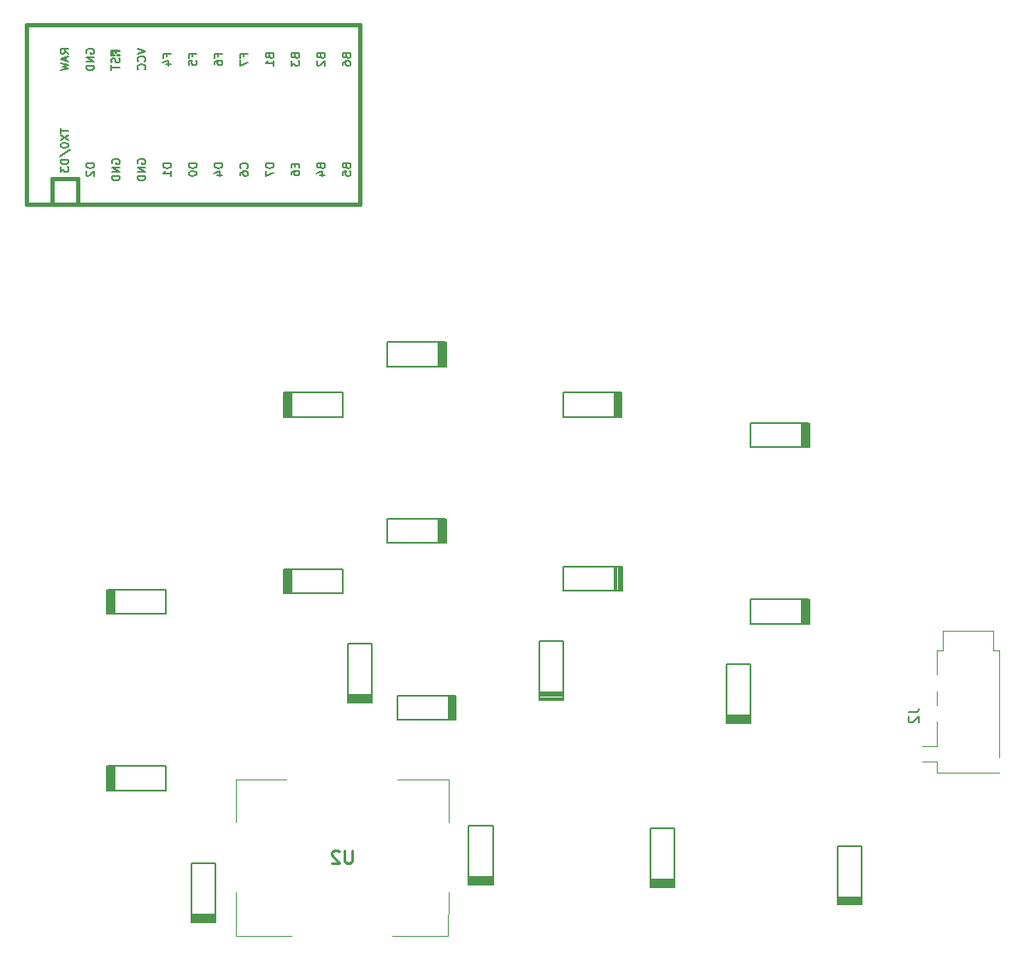
<source format=gbr>
G04 #@! TF.GenerationSoftware,KiCad,Pcbnew,5.1.4-e60b266~84~ubuntu19.04.1*
G04 #@! TF.CreationDate,2019-12-12T04:58:34-06:00*
G04 #@! TF.ProjectId,fissure,66697373-7572-4652-9e6b-696361645f70,rev?*
G04 #@! TF.SameCoordinates,Original*
G04 #@! TF.FileFunction,Legend,Bot*
G04 #@! TF.FilePolarity,Positive*
%FSLAX46Y46*%
G04 Gerber Fmt 4.6, Leading zero omitted, Abs format (unit mm)*
G04 Created by KiCad (PCBNEW 5.1.4-e60b266~84~ubuntu19.04.1) date 2019-12-12 04:58:34*
%MOMM*%
%LPD*%
G04 APERTURE LIST*
%ADD10C,0.200000*%
%ADD11C,0.381000*%
%ADD12C,0.150000*%
%ADD13C,0.120000*%
%ADD14C,0.100000*%
%ADD15C,0.254000*%
G04 APERTURE END LIST*
D10*
X126047000Y-124274000D02*
X128447000Y-124274000D01*
X126047000Y-124449000D02*
X128447000Y-124449000D01*
X126047000Y-124624000D02*
X128447000Y-124624000D01*
X128447000Y-125024000D02*
X126047000Y-125024000D01*
X126047000Y-124799000D02*
X128447000Y-124799000D01*
X126047000Y-124924000D02*
X128447000Y-124924000D01*
X126047000Y-124999000D02*
X126047000Y-119199000D01*
X126047000Y-119199000D02*
X128447000Y-119199000D01*
X128447000Y-119199000D02*
X128447000Y-124999000D01*
X107547000Y-122524000D02*
X109947000Y-122524000D01*
X107547000Y-122699000D02*
X109947000Y-122699000D01*
X107547000Y-122874000D02*
X109947000Y-122874000D01*
X109947000Y-123274000D02*
X107547000Y-123274000D01*
X107547000Y-123049000D02*
X109947000Y-123049000D01*
X107547000Y-123174000D02*
X109947000Y-123174000D01*
X107547000Y-123249000D02*
X107547000Y-117449000D01*
X107547000Y-117449000D02*
X109947000Y-117449000D01*
X109947000Y-117449000D02*
X109947000Y-123249000D01*
X89547000Y-122274000D02*
X91947000Y-122274000D01*
X89547000Y-122449000D02*
X91947000Y-122449000D01*
X89547000Y-122624000D02*
X91947000Y-122624000D01*
X91947000Y-123024000D02*
X89547000Y-123024000D01*
X89547000Y-122799000D02*
X91947000Y-122799000D01*
X89547000Y-122924000D02*
X91947000Y-122924000D01*
X89547000Y-122999000D02*
X89547000Y-117199000D01*
X89547000Y-117199000D02*
X91947000Y-117199000D01*
X91947000Y-117199000D02*
X91947000Y-122999000D01*
X115047000Y-106274000D02*
X117447000Y-106274000D01*
X115047000Y-106449000D02*
X117447000Y-106449000D01*
X115047000Y-106624000D02*
X117447000Y-106624000D01*
X117447000Y-107024000D02*
X115047000Y-107024000D01*
X115047000Y-106799000D02*
X117447000Y-106799000D01*
X115047000Y-106924000D02*
X117447000Y-106924000D01*
X115047000Y-106999000D02*
X115047000Y-101199000D01*
X115047000Y-101199000D02*
X117447000Y-101199000D01*
X117447000Y-101199000D02*
X117447000Y-106999000D01*
X96547000Y-104024000D02*
X98947000Y-104024000D01*
X96547000Y-104199000D02*
X98947000Y-104199000D01*
X96547000Y-104374000D02*
X98947000Y-104374000D01*
X98947000Y-104774000D02*
X96547000Y-104774000D01*
X96547000Y-104549000D02*
X98947000Y-104549000D01*
X96547000Y-104674000D02*
X98947000Y-104674000D01*
X96547000Y-104749000D02*
X96547000Y-98949000D01*
X96547000Y-98949000D02*
X98947000Y-98949000D01*
X98947000Y-98949000D02*
X98947000Y-104749000D01*
X87522000Y-106699000D02*
X87522000Y-104299000D01*
X87697000Y-106699000D02*
X87697000Y-104299000D01*
X87872000Y-106699000D02*
X87872000Y-104299000D01*
X88272000Y-104299000D02*
X88272000Y-106699000D01*
X88047000Y-106699000D02*
X88047000Y-104299000D01*
X88172000Y-106699000D02*
X88172000Y-104299000D01*
X88247000Y-106699000D02*
X82447000Y-106699000D01*
X82447000Y-106699000D02*
X82447000Y-104299000D01*
X82447000Y-104299000D02*
X88247000Y-104299000D01*
X77547000Y-104274000D02*
X79947000Y-104274000D01*
X77547000Y-104449000D02*
X79947000Y-104449000D01*
X77547000Y-104624000D02*
X79947000Y-104624000D01*
X79947000Y-105024000D02*
X77547000Y-105024000D01*
X77547000Y-104799000D02*
X79947000Y-104799000D01*
X77547000Y-104924000D02*
X79947000Y-104924000D01*
X77547000Y-104999000D02*
X77547000Y-99199000D01*
X77547000Y-99199000D02*
X79947000Y-99199000D01*
X79947000Y-99199000D02*
X79947000Y-104999000D01*
X62047000Y-126024000D02*
X64447000Y-126024000D01*
X62047000Y-126199000D02*
X64447000Y-126199000D01*
X62047000Y-126374000D02*
X64447000Y-126374000D01*
X64447000Y-126774000D02*
X62047000Y-126774000D01*
X62047000Y-126549000D02*
X64447000Y-126549000D01*
X62047000Y-126674000D02*
X64447000Y-126674000D01*
X62047000Y-126749000D02*
X62047000Y-120949000D01*
X62047000Y-120949000D02*
X64447000Y-120949000D01*
X64447000Y-120949000D02*
X64447000Y-126749000D01*
X122522000Y-97199000D02*
X122522000Y-94799000D01*
X122697000Y-97199000D02*
X122697000Y-94799000D01*
X122872000Y-97199000D02*
X122872000Y-94799000D01*
X123272000Y-94799000D02*
X123272000Y-97199000D01*
X123047000Y-97199000D02*
X123047000Y-94799000D01*
X123172000Y-97199000D02*
X123172000Y-94799000D01*
X123247000Y-97199000D02*
X117447000Y-97199000D01*
X117447000Y-97199000D02*
X117447000Y-94799000D01*
X117447000Y-94799000D02*
X123247000Y-94799000D01*
X104022000Y-93949000D02*
X104022000Y-91549000D01*
X104197000Y-93949000D02*
X104197000Y-91549000D01*
X104372000Y-93949000D02*
X104372000Y-91549000D01*
X104772000Y-91549000D02*
X104772000Y-93949000D01*
X104547000Y-93949000D02*
X104547000Y-91549000D01*
X104672000Y-93949000D02*
X104672000Y-91549000D01*
X104747000Y-93949000D02*
X98947000Y-93949000D01*
X98947000Y-93949000D02*
X98947000Y-91549000D01*
X98947000Y-91549000D02*
X104747000Y-91549000D01*
X86522000Y-89199000D02*
X86522000Y-86799000D01*
X86697000Y-89199000D02*
X86697000Y-86799000D01*
X86872000Y-89199000D02*
X86872000Y-86799000D01*
X87272000Y-86799000D02*
X87272000Y-89199000D01*
X87047000Y-89199000D02*
X87047000Y-86799000D01*
X87172000Y-89199000D02*
X87172000Y-86799000D01*
X87247000Y-89199000D02*
X81447000Y-89199000D01*
X81447000Y-89199000D02*
X81447000Y-86799000D01*
X81447000Y-86799000D02*
X87247000Y-86799000D01*
X71972000Y-91799000D02*
X71972000Y-94199000D01*
X71797000Y-91799000D02*
X71797000Y-94199000D01*
X71622000Y-91799000D02*
X71622000Y-94199000D01*
X71222000Y-94199000D02*
X71222000Y-91799000D01*
X71447000Y-91799000D02*
X71447000Y-94199000D01*
X71322000Y-91799000D02*
X71322000Y-94199000D01*
X71247000Y-91799000D02*
X77047000Y-91799000D01*
X77047000Y-91799000D02*
X77047000Y-94199000D01*
X77047000Y-94199000D02*
X71247000Y-94199000D01*
X54472000Y-111299000D02*
X54472000Y-113699000D01*
X54297000Y-111299000D02*
X54297000Y-113699000D01*
X54122000Y-111299000D02*
X54122000Y-113699000D01*
X53722000Y-113699000D02*
X53722000Y-111299000D01*
X53947000Y-111299000D02*
X53947000Y-113699000D01*
X53822000Y-111299000D02*
X53822000Y-113699000D01*
X53747000Y-111299000D02*
X59547000Y-111299000D01*
X59547000Y-111299000D02*
X59547000Y-113699000D01*
X59547000Y-113699000D02*
X53747000Y-113699000D01*
X122522000Y-79699000D02*
X122522000Y-77299000D01*
X122697000Y-79699000D02*
X122697000Y-77299000D01*
X122872000Y-79699000D02*
X122872000Y-77299000D01*
X123272000Y-77299000D02*
X123272000Y-79699000D01*
X123047000Y-79699000D02*
X123047000Y-77299000D01*
X123172000Y-79699000D02*
X123172000Y-77299000D01*
X123247000Y-79699000D02*
X117447000Y-79699000D01*
X117447000Y-79699000D02*
X117447000Y-77299000D01*
X117447000Y-77299000D02*
X123247000Y-77299000D01*
X103947000Y-76699000D02*
X103947000Y-74299000D01*
X104122000Y-76699000D02*
X104122000Y-74299000D01*
X104297000Y-76699000D02*
X104297000Y-74299000D01*
X104697000Y-74299000D02*
X104697000Y-76699000D01*
X104472000Y-76699000D02*
X104472000Y-74299000D01*
X104597000Y-76699000D02*
X104597000Y-74299000D01*
X104672000Y-76699000D02*
X98872000Y-76699000D01*
X98872000Y-76699000D02*
X98872000Y-74299000D01*
X98872000Y-74299000D02*
X104672000Y-74299000D01*
X86522000Y-71699000D02*
X86522000Y-69299000D01*
X86697000Y-71699000D02*
X86697000Y-69299000D01*
X86872000Y-71699000D02*
X86872000Y-69299000D01*
X87272000Y-69299000D02*
X87272000Y-71699000D01*
X87047000Y-71699000D02*
X87047000Y-69299000D01*
X87172000Y-71699000D02*
X87172000Y-69299000D01*
X87247000Y-71699000D02*
X81447000Y-71699000D01*
X81447000Y-71699000D02*
X81447000Y-69299000D01*
X81447000Y-69299000D02*
X87247000Y-69299000D01*
X71972000Y-74299000D02*
X71972000Y-76699000D01*
X71797000Y-74299000D02*
X71797000Y-76699000D01*
X71622000Y-74299000D02*
X71622000Y-76699000D01*
X71222000Y-76699000D02*
X71222000Y-74299000D01*
X71447000Y-74299000D02*
X71447000Y-76699000D01*
X71322000Y-74299000D02*
X71322000Y-76699000D01*
X71247000Y-74299000D02*
X77047000Y-74299000D01*
X77047000Y-74299000D02*
X77047000Y-76699000D01*
X77047000Y-76699000D02*
X71247000Y-76699000D01*
X54472000Y-93799000D02*
X54472000Y-96199000D01*
X54297000Y-93799000D02*
X54297000Y-96199000D01*
X54122000Y-93799000D02*
X54122000Y-96199000D01*
X53722000Y-96199000D02*
X53722000Y-93799000D01*
X53947000Y-93799000D02*
X53947000Y-96199000D01*
X53822000Y-93799000D02*
X53822000Y-96199000D01*
X53747000Y-93799000D02*
X59547000Y-93799000D01*
X59547000Y-93799000D02*
X59547000Y-96199000D01*
X59547000Y-96199000D02*
X53747000Y-96199000D01*
D11*
X48257000Y-53099000D02*
X48257000Y-55639000D01*
X45717000Y-37859000D02*
X45717000Y-55639000D01*
X45717000Y-55639000D02*
X78737000Y-55639000D01*
X78737000Y-55639000D02*
X78737000Y-37859000D01*
X78737000Y-37859000D02*
X45717000Y-37859000D01*
D12*
G36*
X54146030Y-40904365D02*
G01*
X54246030Y-40904365D01*
X54246030Y-40404365D01*
X54146030Y-40404365D01*
X54146030Y-40904365D01*
G37*
X54146030Y-40904365D02*
X54246030Y-40904365D01*
X54246030Y-40404365D01*
X54146030Y-40404365D01*
X54146030Y-40904365D01*
G36*
X54146030Y-40904365D02*
G01*
X54446030Y-40904365D01*
X54446030Y-40804365D01*
X54146030Y-40804365D01*
X54146030Y-40904365D01*
G37*
X54146030Y-40904365D02*
X54446030Y-40904365D01*
X54446030Y-40804365D01*
X54146030Y-40804365D01*
X54146030Y-40904365D01*
G36*
X54746030Y-40904365D02*
G01*
X54946030Y-40904365D01*
X54946030Y-40804365D01*
X54746030Y-40804365D01*
X54746030Y-40904365D01*
G37*
X54746030Y-40904365D02*
X54946030Y-40904365D01*
X54946030Y-40804365D01*
X54746030Y-40804365D01*
X54746030Y-40904365D01*
G36*
X54146030Y-40504365D02*
G01*
X54946030Y-40504365D01*
X54946030Y-40404365D01*
X54146030Y-40404365D01*
X54146030Y-40504365D01*
G37*
X54146030Y-40504365D02*
X54946030Y-40504365D01*
X54946030Y-40404365D01*
X54146030Y-40404365D01*
X54146030Y-40504365D01*
G36*
X54546030Y-40704365D02*
G01*
X54646030Y-40704365D01*
X54646030Y-40604365D01*
X54546030Y-40604365D01*
X54546030Y-40704365D01*
G37*
X54546030Y-40704365D02*
X54646030Y-40704365D01*
X54646030Y-40604365D01*
X54546030Y-40604365D01*
X54546030Y-40704365D01*
D11*
X48257000Y-53099000D02*
X50797000Y-53099000D01*
X50797000Y-53099000D02*
X50797000Y-55639000D01*
D13*
X141497000Y-99874000D02*
X141497000Y-97874000D01*
X136497000Y-99874000D02*
X136497000Y-97874000D01*
X136497000Y-97874000D02*
X141497000Y-97874000D01*
X141497000Y-99874000D02*
X142097000Y-99874000D01*
X135897000Y-99874000D02*
X136497000Y-99874000D01*
X142097000Y-111974000D02*
X135897000Y-111974000D01*
X135897000Y-99874000D02*
X135897000Y-102249000D01*
X135897000Y-103899000D02*
X135897000Y-105249000D01*
X135897000Y-106899000D02*
X135897000Y-109299000D01*
X135897000Y-110849000D02*
X135897000Y-111974000D01*
X142097000Y-110399000D02*
X142097000Y-99874000D01*
X135897000Y-110849000D02*
X134497000Y-110849000D01*
X135897000Y-109299000D02*
X134497000Y-109299000D01*
D14*
X81997000Y-128099000D02*
X87502000Y-128099000D01*
X87502000Y-128099000D02*
X87547000Y-123849000D01*
X87547000Y-116849000D02*
X87547000Y-112599000D01*
X87547000Y-112599000D02*
X82497000Y-112599000D01*
X71997000Y-128099000D02*
X66447000Y-128099000D01*
X66447000Y-128099000D02*
X66447000Y-123849000D01*
X66447000Y-116849000D02*
X66447000Y-112599000D01*
X66447000Y-112599000D02*
X71497000Y-112599000D01*
D12*
X54910809Y-41175666D02*
X54948904Y-41289952D01*
X54948904Y-41480428D01*
X54910809Y-41556619D01*
X54872714Y-41594714D01*
X54796523Y-41632809D01*
X54720333Y-41632809D01*
X54644142Y-41594714D01*
X54606047Y-41556619D01*
X54567952Y-41480428D01*
X54529857Y-41328047D01*
X54491761Y-41251857D01*
X54453666Y-41213761D01*
X54377476Y-41175666D01*
X54301285Y-41175666D01*
X54225095Y-41213761D01*
X54187000Y-41251857D01*
X54148904Y-41328047D01*
X54148904Y-41518523D01*
X54187000Y-41632809D01*
X54148904Y-41861380D02*
X54148904Y-42318523D01*
X54948904Y-42089952D02*
X54148904Y-42089952D01*
X49088904Y-48130395D02*
X49088904Y-48587538D01*
X49888904Y-48358967D02*
X49088904Y-48358967D01*
X49088904Y-48778014D02*
X49888904Y-49311348D01*
X49088904Y-49311348D02*
X49888904Y-48778014D01*
X49088904Y-49768491D02*
X49088904Y-49844681D01*
X49127000Y-49920872D01*
X49165095Y-49958967D01*
X49241285Y-49997062D01*
X49393666Y-50035157D01*
X49584142Y-50035157D01*
X49736523Y-49997062D01*
X49812714Y-49958967D01*
X49850809Y-49920872D01*
X49888904Y-49844681D01*
X49888904Y-49768491D01*
X49850809Y-49692300D01*
X49812714Y-49654205D01*
X49736523Y-49616110D01*
X49584142Y-49578014D01*
X49393666Y-49578014D01*
X49241285Y-49616110D01*
X49165095Y-49654205D01*
X49127000Y-49692300D01*
X49088904Y-49768491D01*
X49050809Y-50949443D02*
X50079380Y-50263729D01*
X49888904Y-51216110D02*
X49088904Y-51216110D01*
X49088904Y-51406586D01*
X49127000Y-51520872D01*
X49203190Y-51597062D01*
X49279380Y-51635157D01*
X49431761Y-51673252D01*
X49546047Y-51673252D01*
X49698428Y-51635157D01*
X49774619Y-51597062D01*
X49850809Y-51520872D01*
X49888904Y-51406586D01*
X49888904Y-51216110D01*
X49088904Y-51939919D02*
X49088904Y-52435157D01*
X49393666Y-52168491D01*
X49393666Y-52282776D01*
X49431761Y-52358967D01*
X49469857Y-52397062D01*
X49546047Y-52435157D01*
X49736523Y-52435157D01*
X49812714Y-52397062D01*
X49850809Y-52358967D01*
X49888904Y-52282776D01*
X49888904Y-52054205D01*
X49850809Y-51978014D01*
X49812714Y-51939919D01*
X74869857Y-40964190D02*
X74907952Y-41078476D01*
X74946047Y-41116571D01*
X75022238Y-41154666D01*
X75136523Y-41154666D01*
X75212714Y-41116571D01*
X75250809Y-41078476D01*
X75288904Y-41002285D01*
X75288904Y-40697523D01*
X74488904Y-40697523D01*
X74488904Y-40964190D01*
X74527000Y-41040380D01*
X74565095Y-41078476D01*
X74641285Y-41116571D01*
X74717476Y-41116571D01*
X74793666Y-41078476D01*
X74831761Y-41040380D01*
X74869857Y-40964190D01*
X74869857Y-40697523D01*
X74565095Y-41459428D02*
X74527000Y-41497523D01*
X74488904Y-41573714D01*
X74488904Y-41764190D01*
X74527000Y-41840380D01*
X74565095Y-41878476D01*
X74641285Y-41916571D01*
X74717476Y-41916571D01*
X74831761Y-41878476D01*
X75288904Y-41421333D01*
X75288904Y-41916571D01*
X67249857Y-41021333D02*
X67249857Y-40754666D01*
X67668904Y-40754666D02*
X66868904Y-40754666D01*
X66868904Y-41135619D01*
X66868904Y-41364190D02*
X66868904Y-41897523D01*
X67668904Y-41554666D01*
X64709857Y-41021333D02*
X64709857Y-40754666D01*
X65128904Y-40754666D02*
X64328904Y-40754666D01*
X64328904Y-41135619D01*
X64328904Y-41783238D02*
X64328904Y-41630857D01*
X64367000Y-41554666D01*
X64405095Y-41516571D01*
X64519380Y-41440380D01*
X64671761Y-41402285D01*
X64976523Y-41402285D01*
X65052714Y-41440380D01*
X65090809Y-41478476D01*
X65128904Y-41554666D01*
X65128904Y-41707047D01*
X65090809Y-41783238D01*
X65052714Y-41821333D01*
X64976523Y-41859428D01*
X64786047Y-41859428D01*
X64709857Y-41821333D01*
X64671761Y-41783238D01*
X64633666Y-41707047D01*
X64633666Y-41554666D01*
X64671761Y-41478476D01*
X64709857Y-41440380D01*
X64786047Y-41402285D01*
X62169857Y-41021333D02*
X62169857Y-40754666D01*
X62588904Y-40754666D02*
X61788904Y-40754666D01*
X61788904Y-41135619D01*
X61788904Y-41821333D02*
X61788904Y-41440380D01*
X62169857Y-41402285D01*
X62131761Y-41440380D01*
X62093666Y-41516571D01*
X62093666Y-41707047D01*
X62131761Y-41783238D01*
X62169857Y-41821333D01*
X62246047Y-41859428D01*
X62436523Y-41859428D01*
X62512714Y-41821333D01*
X62550809Y-41783238D01*
X62588904Y-41707047D01*
X62588904Y-41516571D01*
X62550809Y-41440380D01*
X62512714Y-41402285D01*
X49888904Y-40735619D02*
X49507952Y-40468952D01*
X49888904Y-40278476D02*
X49088904Y-40278476D01*
X49088904Y-40583238D01*
X49127000Y-40659428D01*
X49165095Y-40697523D01*
X49241285Y-40735619D01*
X49355571Y-40735619D01*
X49431761Y-40697523D01*
X49469857Y-40659428D01*
X49507952Y-40583238D01*
X49507952Y-40278476D01*
X49660333Y-41040380D02*
X49660333Y-41421333D01*
X49888904Y-40964190D02*
X49088904Y-41230857D01*
X49888904Y-41497523D01*
X49088904Y-41688000D02*
X49888904Y-41878476D01*
X49317476Y-42030857D01*
X49888904Y-42183238D01*
X49088904Y-42373714D01*
X51667000Y-40678476D02*
X51628904Y-40602285D01*
X51628904Y-40488000D01*
X51667000Y-40373714D01*
X51743190Y-40297523D01*
X51819380Y-40259428D01*
X51971761Y-40221333D01*
X52086047Y-40221333D01*
X52238428Y-40259428D01*
X52314619Y-40297523D01*
X52390809Y-40373714D01*
X52428904Y-40488000D01*
X52428904Y-40564190D01*
X52390809Y-40678476D01*
X52352714Y-40716571D01*
X52086047Y-40716571D01*
X52086047Y-40564190D01*
X52428904Y-41059428D02*
X51628904Y-41059428D01*
X52428904Y-41516571D01*
X51628904Y-41516571D01*
X52428904Y-41897523D02*
X51628904Y-41897523D01*
X51628904Y-42088000D01*
X51667000Y-42202285D01*
X51743190Y-42278476D01*
X51819380Y-42316571D01*
X51971761Y-42354666D01*
X52086047Y-42354666D01*
X52238428Y-42316571D01*
X52314619Y-42278476D01*
X52390809Y-42202285D01*
X52428904Y-42088000D01*
X52428904Y-41897523D01*
X56708904Y-40221333D02*
X57508904Y-40488000D01*
X56708904Y-40754666D01*
X57432714Y-41478476D02*
X57470809Y-41440380D01*
X57508904Y-41326095D01*
X57508904Y-41249904D01*
X57470809Y-41135619D01*
X57394619Y-41059428D01*
X57318428Y-41021333D01*
X57166047Y-40983238D01*
X57051761Y-40983238D01*
X56899380Y-41021333D01*
X56823190Y-41059428D01*
X56747000Y-41135619D01*
X56708904Y-41249904D01*
X56708904Y-41326095D01*
X56747000Y-41440380D01*
X56785095Y-41478476D01*
X57432714Y-42278476D02*
X57470809Y-42240380D01*
X57508904Y-42126095D01*
X57508904Y-42049904D01*
X57470809Y-41935619D01*
X57394619Y-41859428D01*
X57318428Y-41821333D01*
X57166047Y-41783238D01*
X57051761Y-41783238D01*
X56899380Y-41821333D01*
X56823190Y-41859428D01*
X56747000Y-41935619D01*
X56708904Y-42049904D01*
X56708904Y-42126095D01*
X56747000Y-42240380D01*
X56785095Y-42278476D01*
X59629857Y-41021333D02*
X59629857Y-40754666D01*
X60048904Y-40754666D02*
X59248904Y-40754666D01*
X59248904Y-41135619D01*
X59515571Y-41783238D02*
X60048904Y-41783238D01*
X59210809Y-41592761D02*
X59782238Y-41402285D01*
X59782238Y-41897523D01*
X69789857Y-40964190D02*
X69827952Y-41078476D01*
X69866047Y-41116571D01*
X69942238Y-41154666D01*
X70056523Y-41154666D01*
X70132714Y-41116571D01*
X70170809Y-41078476D01*
X70208904Y-41002285D01*
X70208904Y-40697523D01*
X69408904Y-40697523D01*
X69408904Y-40964190D01*
X69447000Y-41040380D01*
X69485095Y-41078476D01*
X69561285Y-41116571D01*
X69637476Y-41116571D01*
X69713666Y-41078476D01*
X69751761Y-41040380D01*
X69789857Y-40964190D01*
X69789857Y-40697523D01*
X70208904Y-41916571D02*
X70208904Y-41459428D01*
X70208904Y-41688000D02*
X69408904Y-41688000D01*
X69523190Y-41611809D01*
X69599380Y-41535619D01*
X69637476Y-41459428D01*
X72329857Y-40964190D02*
X72367952Y-41078476D01*
X72406047Y-41116571D01*
X72482238Y-41154666D01*
X72596523Y-41154666D01*
X72672714Y-41116571D01*
X72710809Y-41078476D01*
X72748904Y-41002285D01*
X72748904Y-40697523D01*
X71948904Y-40697523D01*
X71948904Y-40964190D01*
X71987000Y-41040380D01*
X72025095Y-41078476D01*
X72101285Y-41116571D01*
X72177476Y-41116571D01*
X72253666Y-41078476D01*
X72291761Y-41040380D01*
X72329857Y-40964190D01*
X72329857Y-40697523D01*
X71948904Y-41421333D02*
X71948904Y-41916571D01*
X72253666Y-41649904D01*
X72253666Y-41764190D01*
X72291761Y-41840380D01*
X72329857Y-41878476D01*
X72406047Y-41916571D01*
X72596523Y-41916571D01*
X72672714Y-41878476D01*
X72710809Y-41840380D01*
X72748904Y-41764190D01*
X72748904Y-41535619D01*
X72710809Y-41459428D01*
X72672714Y-41421333D01*
X77409857Y-40964190D02*
X77447952Y-41078476D01*
X77486047Y-41116571D01*
X77562238Y-41154666D01*
X77676523Y-41154666D01*
X77752714Y-41116571D01*
X77790809Y-41078476D01*
X77828904Y-41002285D01*
X77828904Y-40697523D01*
X77028904Y-40697523D01*
X77028904Y-40964190D01*
X77067000Y-41040380D01*
X77105095Y-41078476D01*
X77181285Y-41116571D01*
X77257476Y-41116571D01*
X77333666Y-41078476D01*
X77371761Y-41040380D01*
X77409857Y-40964190D01*
X77409857Y-40697523D01*
X77028904Y-41840380D02*
X77028904Y-41688000D01*
X77067000Y-41611809D01*
X77105095Y-41573714D01*
X77219380Y-41497523D01*
X77371761Y-41459428D01*
X77676523Y-41459428D01*
X77752714Y-41497523D01*
X77790809Y-41535619D01*
X77828904Y-41611809D01*
X77828904Y-41764190D01*
X77790809Y-41840380D01*
X77752714Y-41878476D01*
X77676523Y-41916571D01*
X77486047Y-41916571D01*
X77409857Y-41878476D01*
X77371761Y-41840380D01*
X77333666Y-41764190D01*
X77333666Y-41611809D01*
X77371761Y-41535619D01*
X77409857Y-41497523D01*
X77486047Y-41459428D01*
X77409857Y-51886190D02*
X77447952Y-52000476D01*
X77486047Y-52038571D01*
X77562238Y-52076666D01*
X77676523Y-52076666D01*
X77752714Y-52038571D01*
X77790809Y-52000476D01*
X77828904Y-51924285D01*
X77828904Y-51619523D01*
X77028904Y-51619523D01*
X77028904Y-51886190D01*
X77067000Y-51962380D01*
X77105095Y-52000476D01*
X77181285Y-52038571D01*
X77257476Y-52038571D01*
X77333666Y-52000476D01*
X77371761Y-51962380D01*
X77409857Y-51886190D01*
X77409857Y-51619523D01*
X77028904Y-52800476D02*
X77028904Y-52419523D01*
X77409857Y-52381428D01*
X77371761Y-52419523D01*
X77333666Y-52495714D01*
X77333666Y-52686190D01*
X77371761Y-52762380D01*
X77409857Y-52800476D01*
X77486047Y-52838571D01*
X77676523Y-52838571D01*
X77752714Y-52800476D01*
X77790809Y-52762380D01*
X77828904Y-52686190D01*
X77828904Y-52495714D01*
X77790809Y-52419523D01*
X77752714Y-52381428D01*
X74869857Y-51886190D02*
X74907952Y-52000476D01*
X74946047Y-52038571D01*
X75022238Y-52076666D01*
X75136523Y-52076666D01*
X75212714Y-52038571D01*
X75250809Y-52000476D01*
X75288904Y-51924285D01*
X75288904Y-51619523D01*
X74488904Y-51619523D01*
X74488904Y-51886190D01*
X74527000Y-51962380D01*
X74565095Y-52000476D01*
X74641285Y-52038571D01*
X74717476Y-52038571D01*
X74793666Y-52000476D01*
X74831761Y-51962380D01*
X74869857Y-51886190D01*
X74869857Y-51619523D01*
X74755571Y-52762380D02*
X75288904Y-52762380D01*
X74450809Y-52571904D02*
X75022238Y-52381428D01*
X75022238Y-52876666D01*
X72329857Y-51657619D02*
X72329857Y-51924285D01*
X72748904Y-52038571D02*
X72748904Y-51657619D01*
X71948904Y-51657619D01*
X71948904Y-52038571D01*
X71948904Y-52724285D02*
X71948904Y-52571904D01*
X71987000Y-52495714D01*
X72025095Y-52457619D01*
X72139380Y-52381428D01*
X72291761Y-52343333D01*
X72596523Y-52343333D01*
X72672714Y-52381428D01*
X72710809Y-52419523D01*
X72748904Y-52495714D01*
X72748904Y-52648095D01*
X72710809Y-52724285D01*
X72672714Y-52762380D01*
X72596523Y-52800476D01*
X72406047Y-52800476D01*
X72329857Y-52762380D01*
X72291761Y-52724285D01*
X72253666Y-52648095D01*
X72253666Y-52495714D01*
X72291761Y-52419523D01*
X72329857Y-52381428D01*
X72406047Y-52343333D01*
X70208904Y-51619523D02*
X69408904Y-51619523D01*
X69408904Y-51810000D01*
X69447000Y-51924285D01*
X69523190Y-52000476D01*
X69599380Y-52038571D01*
X69751761Y-52076666D01*
X69866047Y-52076666D01*
X70018428Y-52038571D01*
X70094619Y-52000476D01*
X70170809Y-51924285D01*
X70208904Y-51810000D01*
X70208904Y-51619523D01*
X69408904Y-52343333D02*
X69408904Y-52876666D01*
X70208904Y-52533809D01*
X67592714Y-52076666D02*
X67630809Y-52038571D01*
X67668904Y-51924285D01*
X67668904Y-51848095D01*
X67630809Y-51733809D01*
X67554619Y-51657619D01*
X67478428Y-51619523D01*
X67326047Y-51581428D01*
X67211761Y-51581428D01*
X67059380Y-51619523D01*
X66983190Y-51657619D01*
X66907000Y-51733809D01*
X66868904Y-51848095D01*
X66868904Y-51924285D01*
X66907000Y-52038571D01*
X66945095Y-52076666D01*
X66868904Y-52762380D02*
X66868904Y-52610000D01*
X66907000Y-52533809D01*
X66945095Y-52495714D01*
X67059380Y-52419523D01*
X67211761Y-52381428D01*
X67516523Y-52381428D01*
X67592714Y-52419523D01*
X67630809Y-52457619D01*
X67668904Y-52533809D01*
X67668904Y-52686190D01*
X67630809Y-52762380D01*
X67592714Y-52800476D01*
X67516523Y-52838571D01*
X67326047Y-52838571D01*
X67249857Y-52800476D01*
X67211761Y-52762380D01*
X67173666Y-52686190D01*
X67173666Y-52533809D01*
X67211761Y-52457619D01*
X67249857Y-52419523D01*
X67326047Y-52381428D01*
X65128904Y-51619523D02*
X64328904Y-51619523D01*
X64328904Y-51810000D01*
X64367000Y-51924285D01*
X64443190Y-52000476D01*
X64519380Y-52038571D01*
X64671761Y-52076666D01*
X64786047Y-52076666D01*
X64938428Y-52038571D01*
X65014619Y-52000476D01*
X65090809Y-51924285D01*
X65128904Y-51810000D01*
X65128904Y-51619523D01*
X64595571Y-52762380D02*
X65128904Y-52762380D01*
X64290809Y-52571904D02*
X64862238Y-52381428D01*
X64862238Y-52876666D01*
X54207000Y-51600476D02*
X54168904Y-51524285D01*
X54168904Y-51410000D01*
X54207000Y-51295714D01*
X54283190Y-51219523D01*
X54359380Y-51181428D01*
X54511761Y-51143333D01*
X54626047Y-51143333D01*
X54778428Y-51181428D01*
X54854619Y-51219523D01*
X54930809Y-51295714D01*
X54968904Y-51410000D01*
X54968904Y-51486190D01*
X54930809Y-51600476D01*
X54892714Y-51638571D01*
X54626047Y-51638571D01*
X54626047Y-51486190D01*
X54968904Y-51981428D02*
X54168904Y-51981428D01*
X54968904Y-52438571D01*
X54168904Y-52438571D01*
X54968904Y-52819523D02*
X54168904Y-52819523D01*
X54168904Y-53010000D01*
X54207000Y-53124285D01*
X54283190Y-53200476D01*
X54359380Y-53238571D01*
X54511761Y-53276666D01*
X54626047Y-53276666D01*
X54778428Y-53238571D01*
X54854619Y-53200476D01*
X54930809Y-53124285D01*
X54968904Y-53010000D01*
X54968904Y-52819523D01*
X56747000Y-51600476D02*
X56708904Y-51524285D01*
X56708904Y-51410000D01*
X56747000Y-51295714D01*
X56823190Y-51219523D01*
X56899380Y-51181428D01*
X57051761Y-51143333D01*
X57166047Y-51143333D01*
X57318428Y-51181428D01*
X57394619Y-51219523D01*
X57470809Y-51295714D01*
X57508904Y-51410000D01*
X57508904Y-51486190D01*
X57470809Y-51600476D01*
X57432714Y-51638571D01*
X57166047Y-51638571D01*
X57166047Y-51486190D01*
X57508904Y-51981428D02*
X56708904Y-51981428D01*
X57508904Y-52438571D01*
X56708904Y-52438571D01*
X57508904Y-52819523D02*
X56708904Y-52819523D01*
X56708904Y-53010000D01*
X56747000Y-53124285D01*
X56823190Y-53200476D01*
X56899380Y-53238571D01*
X57051761Y-53276666D01*
X57166047Y-53276666D01*
X57318428Y-53238571D01*
X57394619Y-53200476D01*
X57470809Y-53124285D01*
X57508904Y-53010000D01*
X57508904Y-52819523D01*
X60048904Y-51619523D02*
X59248904Y-51619523D01*
X59248904Y-51810000D01*
X59287000Y-51924285D01*
X59363190Y-52000476D01*
X59439380Y-52038571D01*
X59591761Y-52076666D01*
X59706047Y-52076666D01*
X59858428Y-52038571D01*
X59934619Y-52000476D01*
X60010809Y-51924285D01*
X60048904Y-51810000D01*
X60048904Y-51619523D01*
X60048904Y-52838571D02*
X60048904Y-52381428D01*
X60048904Y-52610000D02*
X59248904Y-52610000D01*
X59363190Y-52533809D01*
X59439380Y-52457619D01*
X59477476Y-52381428D01*
X62588904Y-51619523D02*
X61788904Y-51619523D01*
X61788904Y-51810000D01*
X61827000Y-51924285D01*
X61903190Y-52000476D01*
X61979380Y-52038571D01*
X62131761Y-52076666D01*
X62246047Y-52076666D01*
X62398428Y-52038571D01*
X62474619Y-52000476D01*
X62550809Y-51924285D01*
X62588904Y-51810000D01*
X62588904Y-51619523D01*
X61788904Y-52571904D02*
X61788904Y-52648095D01*
X61827000Y-52724285D01*
X61865095Y-52762380D01*
X61941285Y-52800476D01*
X62093666Y-52838571D01*
X62284142Y-52838571D01*
X62436523Y-52800476D01*
X62512714Y-52762380D01*
X62550809Y-52724285D01*
X62588904Y-52648095D01*
X62588904Y-52571904D01*
X62550809Y-52495714D01*
X62512714Y-52457619D01*
X62436523Y-52419523D01*
X62284142Y-52381428D01*
X62093666Y-52381428D01*
X61941285Y-52419523D01*
X61865095Y-52457619D01*
X61827000Y-52495714D01*
X61788904Y-52571904D01*
X52428904Y-51619523D02*
X51628904Y-51619523D01*
X51628904Y-51810000D01*
X51667000Y-51924285D01*
X51743190Y-52000476D01*
X51819380Y-52038571D01*
X51971761Y-52076666D01*
X52086047Y-52076666D01*
X52238428Y-52038571D01*
X52314619Y-52000476D01*
X52390809Y-51924285D01*
X52428904Y-51810000D01*
X52428904Y-51619523D01*
X51705095Y-52381428D02*
X51667000Y-52419523D01*
X51628904Y-52495714D01*
X51628904Y-52686190D01*
X51667000Y-52762380D01*
X51705095Y-52800476D01*
X51781285Y-52838571D01*
X51857476Y-52838571D01*
X51971761Y-52800476D01*
X52428904Y-52343333D01*
X52428904Y-52838571D01*
X133099380Y-105965666D02*
X133813666Y-105965666D01*
X133956523Y-105918047D01*
X134051761Y-105822809D01*
X134099380Y-105679952D01*
X134099380Y-105584714D01*
X133194619Y-106394238D02*
X133147000Y-106441857D01*
X133099380Y-106537095D01*
X133099380Y-106775190D01*
X133147000Y-106870428D01*
X133194619Y-106918047D01*
X133289857Y-106965666D01*
X133385095Y-106965666D01*
X133527952Y-106918047D01*
X134099380Y-106346619D01*
X134099380Y-106965666D01*
D15*
X77964619Y-119653523D02*
X77964619Y-120681619D01*
X77904142Y-120802571D01*
X77843666Y-120863047D01*
X77722714Y-120923523D01*
X77480809Y-120923523D01*
X77359857Y-120863047D01*
X77299380Y-120802571D01*
X77238904Y-120681619D01*
X77238904Y-119653523D01*
X76694619Y-119774476D02*
X76634142Y-119714000D01*
X76513190Y-119653523D01*
X76210809Y-119653523D01*
X76089857Y-119714000D01*
X76029380Y-119774476D01*
X75968904Y-119895428D01*
X75968904Y-120016380D01*
X76029380Y-120197809D01*
X76755095Y-120923523D01*
X75968904Y-120923523D01*
M02*

</source>
